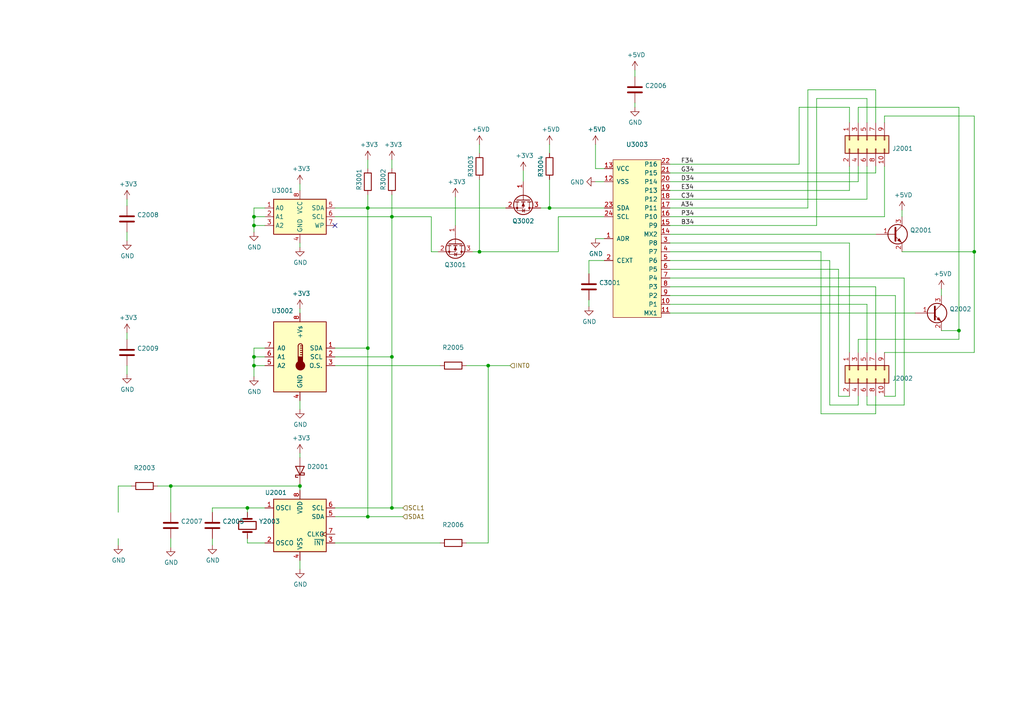
<source format=kicad_sch>
(kicad_sch (version 20211123) (generator eeschema)
  (paper "A4")
  (lib_symbols
    (symbol "CEN-SCHEMA:SAA1064T" (pin_names (offset 1.016))
      (property "Reference" "U" (at 46.355 1.905 0))
      (property "Value" "SAA1064T" (at 46.355 1.905 0))
      (symbol "SAA1064T_0_1"
        (rectangle (start -5.08 22.86) (end 8.89 -22.86) (fill (type background)))
      )
      (symbol "SAA1064T_1_1"
        (pin input line (at 11.43 0 180) (length 2.54) (name "ADR") (number "1"))
        (pin input line (at -7.62 -19.05 0) (length 2.54) (name "P1") (number "10"))
        (pin input line (at -7.62 -21.59 0) (length 2.54) (name "MX1") (number "11"))
        (pin input line (at 11.43 16.51 180) (length 2.54) (name "VSS") (number "12"))
        (pin input line (at 11.43 20.32 180) (length 2.54) (name "VCC") (number "13"))
        (pin input line (at -7.62 1.27 0) (length 2.54) (name "MX2") (number "14"))
        (pin input line (at -7.62 3.81 0) (length 2.54) (name "P9") (number "15"))
        (pin input line (at -7.62 6.35 0) (length 2.54) (name "P10") (number "16"))
        (pin input line (at -7.62 8.89 0) (length 2.54) (name "P11") (number "17"))
        (pin input line (at -7.62 11.43 0) (length 2.54) (name "P12") (number "18"))
        (pin input line (at -7.62 13.97 0) (length 2.54) (name "P13") (number "19"))
        (pin input line (at 11.43 -6.35 180) (length 2.54) (name "CEXT") (number "2"))
        (pin input line (at -7.62 16.51 0) (length 2.54) (name "P14") (number "20"))
        (pin input line (at -7.62 19.05 0) (length 2.54) (name "P15") (number "21"))
        (pin input line (at -7.62 21.59 0) (length 2.54) (name "P16") (number "22"))
        (pin input line (at 11.43 8.89 180) (length 2.54) (name "SDA") (number "23"))
        (pin input line (at 11.43 6.35 180) (length 2.54) (name "SCL") (number "24"))
        (pin input line (at -7.62 -1.27 0) (length 2.54) (name "P8") (number "3"))
        (pin input line (at -7.62 -3.81 0) (length 2.54) (name "P7") (number "4"))
        (pin input line (at -7.62 -6.35 0) (length 2.54) (name "P6") (number "5"))
        (pin input line (at -7.62 -8.89 0) (length 2.54) (name "P5") (number "6"))
        (pin input line (at -7.62 -11.43 0) (length 2.54) (name "P4") (number "7"))
        (pin input line (at -7.62 -13.97 0) (length 2.54) (name "P3") (number "8"))
        (pin input line (at -7.62 -16.51 0) (length 2.54) (name "P2") (number "9"))
      )
    )
    (symbol "Connector_Generic:Conn_02x05_Odd_Even" (pin_names (offset 1.016) hide)
      (property "Reference" "J" (at 1.27 7.62 0))
      (property "Value" "Conn_02x05_Odd_Even" (at 1.27 -7.62 0))
      (symbol "Conn_02x05_Odd_Even_1_1"
        (rectangle (start -1.27 -4.953) (end 0 -5.207) (stroke (width 0.1524)))
        (rectangle (start -1.27 -2.413) (end 0 -2.667) (stroke (width 0.1524)))
        (rectangle (start -1.27 0.127) (end 0 -0.127) (stroke (width 0.1524)))
        (rectangle (start -1.27 2.667) (end 0 2.413) (stroke (width 0.1524)))
        (rectangle (start -1.27 5.207) (end 0 4.953) (stroke (width 0.1524)))
        (rectangle (start -1.27 6.35) (end 3.81 -6.35) (stroke (width 0.254)) (fill (type background)))
        (rectangle (start 3.81 -4.953) (end 2.54 -5.207) (stroke (width 0.1524)))
        (rectangle (start 3.81 -2.413) (end 2.54 -2.667) (stroke (width 0.1524)))
        (rectangle (start 3.81 0.127) (end 2.54 -0.127) (stroke (width 0.1524)))
        (rectangle (start 3.81 2.667) (end 2.54 2.413) (stroke (width 0.1524)))
        (rectangle (start 3.81 5.207) (end 2.54 4.953) (stroke (width 0.1524)))
        (pin passive line (at -5.08 5.08 0) (length 3.81) (name "Pin_1") (number "1"))
        (pin passive line (at 7.62 -5.08 180) (length 3.81) (name "Pin_10") (number "10"))
        (pin passive line (at 7.62 5.08 180) (length 3.81) (name "Pin_2") (number "2"))
        (pin passive line (at -5.08 2.54 0) (length 3.81) (name "Pin_3") (number "3"))
        (pin passive line (at 7.62 2.54 180) (length 3.81) (name "Pin_4") (number "4"))
        (pin passive line (at -5.08 0 0) (length 3.81) (name "Pin_5") (number "5"))
        (pin passive line (at 7.62 0 180) (length 3.81) (name "Pin_6") (number "6"))
        (pin passive line (at -5.08 -2.54 0) (length 3.81) (name "Pin_7") (number "7"))
        (pin passive line (at 7.62 -2.54 180) (length 3.81) (name "Pin_8") (number "8"))
        (pin passive line (at -5.08 -5.08 0) (length 3.81) (name "Pin_9") (number "9"))
      )
    )
    (symbol "Device:C" (pin_numbers hide) (pin_names (offset 0.254))
      (property "Reference" "C" (at 0.635 2.54 0))
      (property "Value" "C" (at 0.635 -2.54 0))
      (symbol "C_0_1"
        (polyline (pts (xy -2.032 -0.762) (xy 2.032 -0.762)) (stroke (width 0.508)))
        (polyline (pts (xy -2.032 0.762) (xy 2.032 0.762)) (stroke (width 0.508)))
      )
      (symbol "C_1_1"
        (pin passive line (at 0 3.81 270) (length 2.794) (name "~") (number "1"))
        (pin passive line (at 0 -3.81 90) (length 2.794) (name "~") (number "2"))
      )
    )
    (symbol "Device:Crystal" (pin_numbers hide) (pin_names (offset 1.016) hide)
      (property "Reference" "Y" (at 0 3.81 0))
      (property "Value" "Crystal" (at 0 -3.81 0))
      (symbol "Crystal_0_1"
        (rectangle (start -1.143 2.54) (end 1.143 -2.54) (stroke (width 0.3048)))
        (polyline (pts (xy -2.54 0) (xy -1.905 0)))
        (polyline (pts (xy -1.905 -1.27) (xy -1.905 1.27)) (stroke (width 0.508)))
        (polyline (pts (xy 1.905 -1.27) (xy 1.905 1.27)) (stroke (width 0.508)))
        (polyline (pts (xy 2.54 0) (xy 1.905 0)))
      )
      (symbol "Crystal_1_1"
        (pin passive line (at -3.81 0 0) (length 1.27) (name "1") (number "1"))
        (pin passive line (at 3.81 0 180) (length 1.27) (name "2") (number "2"))
      )
    )
    (symbol "Device:D_Schottky" (pin_numbers hide) (pin_names (offset 1.016) hide)
      (property "Reference" "D" (at 0 2.54 0))
      (property "Value" "D_Schottky" (at 0 -2.54 0))
      (symbol "D_Schottky_0_1"
        (polyline (pts (xy 1.27 0) (xy -1.27 0)))
        (polyline (pts (xy 1.27 1.27) (xy 1.27 -1.27) (xy -1.27 0) (xy 1.27 1.27)) (stroke (width 0.254)))
        (polyline (pts (xy -1.905 0.635) (xy -1.905 1.27) (xy -1.27 1.27) (xy -1.27 -1.27) (xy -0.635 -1.27) (xy -0.635 -0.635)) (stroke (width 0.254)))
      )
      (symbol "D_Schottky_1_1"
        (pin passive line (at -3.81 0 0) (length 2.54) (name "K") (number "1"))
        (pin passive line (at 3.81 0 180) (length 2.54) (name "A") (number "2"))
      )
    )
    (symbol "Device:R" (pin_numbers hide) (pin_names (offset 0))
      (property "Reference" "R" (at 2.032 0 90))
      (property "Value" "R" (at 0 0 90))
      (symbol "R_0_1"
        (rectangle (start -1.016 -2.54) (end 1.016 2.54) (stroke (width 0.254)))
      )
      (symbol "R_1_1"
        (pin passive line (at 0 3.81 270) (length 1.27) (name "~") (number "1"))
        (pin passive line (at 0 -3.81 90) (length 1.27) (name "~") (number "2"))
      )
    )
    (symbol "Memory_EEPROM:24LC1025"
      (property "Reference" "U" (at -6.35 6.35 0))
      (property "Value" "24LC1025" (at 1.27 6.35 0))
      (symbol "24LC1025_1_1"
        (rectangle (start -7.62 5.08) (end 7.62 -5.08) (stroke (width 0.254)) (fill (type background)))
        (pin input line (at -10.16 2.54 0) (length 2.54) (name "A0") (number "1"))
        (pin input line (at -10.16 0 0) (length 2.54) (name "A1") (number "2"))
        (pin input line (at -10.16 -2.54 0) (length 2.54) (name "A2") (number "3"))
        (pin power_in line (at 0 -7.62 90) (length 2.54) (name "GND") (number "4"))
        (pin bidirectional line (at 10.16 2.54 180) (length 2.54) (name "SDA") (number "5"))
        (pin input line (at 10.16 0 180) (length 2.54) (name "SCL") (number "6"))
        (pin input line (at 10.16 -2.54 180) (length 2.54) (name "WP") (number "7"))
        (pin power_in line (at 0 7.62 270) (length 2.54) (name "VCC") (number "8"))
      )
    )
    (symbol "Sensor_Temperature:LM75C" (pin_names (offset 1.016))
      (property "Reference" "U" (at -6.35 11.43 0))
      (property "Value" "LM75C" (at 0 11.43 0))
      (symbol "LM75C_0_1"
        (rectangle (start -7.62 10.16) (end 7.62 -10.16) (stroke (width 0.254)) (fill (type background)))
        (circle (center -0.127 -2.54) (radius 1.27) (stroke (width 0.254)) (fill (type outline)))
        (polyline (pts (xy -0.762 0.635) (xy -0.127 0.635)) (stroke (width 0.254)))
        (polyline (pts (xy -0.762 1.27) (xy -0.127 1.27)) (stroke (width 0.254)))
        (polyline (pts (xy -0.762 1.905) (xy -0.127 1.905)) (stroke (width 0.254)))
        (polyline (pts (xy -0.762 2.54) (xy -0.127 2.54)) (stroke (width 0.254)))
        (polyline (pts (xy -0.762 3.175) (xy -0.762 0)) (stroke (width 0.254)))
        (polyline (pts (xy -0.762 3.175) (xy -0.127 3.175)) (stroke (width 0.254)))
        (polyline (pts (xy 0.508 3.175) (xy 0.508 0)) (stroke (width 0.254)))
        (rectangle (start 0.508 -1.905) (end -0.762 0) (stroke (width 0.254)) (fill (type outline)))
        (arc (start 0.508 3.175) (mid -0.127 3.81) (end -0.762 3.175) (stroke (width 0.254)))
      )
      (symbol "LM75C_1_1"
        (pin bidirectional line (at -10.16 2.54 0) (length 2.54) (name "SDA") (number "1"))
        (pin input line (at -10.16 0 0) (length 2.54) (name "SCL") (number "2"))
        (pin open_collector line (at -10.16 -2.54 0) (length 2.54) (name "O.S.") (number "3"))
        (pin power_in line (at 0 -12.7 90) (length 2.54) (name "GND") (number "4"))
        (pin input line (at 10.16 -2.54 180) (length 2.54) (name "A2") (number "5"))
        (pin input line (at 10.16 0 180) (length 2.54) (name "A1") (number "6"))
        (pin input line (at 10.16 2.54 180) (length 2.54) (name "A0") (number "7"))
        (pin power_in line (at 0 12.7 270) (length 2.54) (name "+Vs") (number "8"))
      )
    )
    (symbol "Timer_RTC:PCF8563T"
      (property "Reference" "U" (at -7.62 8.89 0))
      (property "Value" "PCF8563T" (at 2.54 8.89 0))
      (symbol "PCF8563T_0_1"
        (rectangle (start -7.62 7.62) (end 7.62 -7.62) (stroke (width 0.254)) (fill (type background)))
      )
      (symbol "PCF8563T_1_1"
        (pin input line (at -10.16 5.08 0) (length 2.54) (name "OSCI") (number "1"))
        (pin output line (at -10.16 -5.08 0) (length 2.54) (name "OSCO") (number "2"))
        (pin output line (at 10.16 -5.08 180) (length 2.54) (name "~{INT}") (number "3"))
        (pin power_in line (at 0 -10.16 90) (length 2.54) (name "VSS") (number "4"))
        (pin bidirectional line (at 10.16 2.54 180) (length 2.54) (name "SDA") (number "5"))
        (pin input line (at 10.16 5.08 180) (length 2.54) (name "SCL") (number "6"))
        (pin output clock (at 10.16 -2.54 180) (length 2.54) (name "CLKO") (number "7"))
        (pin power_in line (at 0 10.16 270) (length 2.54) (name "VDD") (number "8"))
      )
    )
    (symbol "Transistor_BJT:BC817" (pin_names (offset 0) hide)
      (property "Reference" "Q" (at 5.08 1.905 0))
      (property "Value" "BC817" (at 5.08 0 0))
      (symbol "BC817_0_1"
        (polyline (pts (xy 0.635 0.635) (xy 2.54 2.54)))
        (polyline (pts (xy 0.635 -0.635) (xy 2.54 -2.54) (xy 2.54 -2.54)))
        (polyline (pts (xy 0.635 1.905) (xy 0.635 -1.905) (xy 0.635 -1.905)) (stroke (width 0.508)))
        (polyline (pts (xy 1.27 -1.778) (xy 1.778 -1.27) (xy 2.286 -2.286) (xy 1.27 -1.778) (xy 1.27 -1.778)) (fill (type outline)))
        (circle (center 1.27 0) (radius 2.8194) (stroke (width 0.254)))
      )
      (symbol "BC817_1_1"
        (pin input line (at -5.08 0 0) (length 5.715) (name "B") (number "1"))
        (pin passive line (at 2.54 -5.08 90) (length 2.54) (name "E") (number "2"))
        (pin passive line (at 2.54 5.08 270) (length 2.54) (name "C") (number "3"))
      )
    )
    (symbol "Transistor_FET:2N7002" (pin_names hide)
      (property "Reference" "Q" (at 5.08 1.905 0))
      (property "Value" "2N7002" (at 5.08 0 0))
      (symbol "2N7002_0_1"
        (polyline (pts (xy 0.254 0) (xy -2.54 0)))
        (polyline (pts (xy 0.254 1.905) (xy 0.254 -1.905)) (stroke (width 0.254)))
        (polyline (pts (xy 0.762 -1.27) (xy 0.762 -2.286)) (stroke (width 0.254)))
        (polyline (pts (xy 0.762 0.508) (xy 0.762 -0.508)) (stroke (width 0.254)))
        (polyline (pts (xy 0.762 2.286) (xy 0.762 1.27)) (stroke (width 0.254)))
        (polyline (pts (xy 2.54 2.54) (xy 2.54 1.778)))
        (polyline (pts (xy 2.54 -2.54) (xy 2.54 0) (xy 0.762 0)))
        (polyline (pts (xy 0.762 -1.778) (xy 3.302 -1.778) (xy 3.302 1.778) (xy 0.762 1.778)))
        (polyline (pts (xy 1.016 0) (xy 2.032 0.381) (xy 2.032 -0.381) (xy 1.016 0)) (fill (type outline)))
        (polyline (pts (xy 2.794 0.508) (xy 2.921 0.381) (xy 3.683 0.381) (xy 3.81 0.254)))
        (polyline (pts (xy 3.302 0.381) (xy 2.921 -0.254) (xy 3.683 -0.254) (xy 3.302 0.381)))
        (circle (center 1.651 0) (radius 2.794) (stroke (width 0.254)))
        (circle (center 2.54 -1.778) (radius 0.254) (fill (type outline)))
        (circle (center 2.54 1.778) (radius 0.254) (fill (type outline)))
      )
      (symbol "2N7002_1_1"
        (pin input line (at -5.08 0 0) (length 2.54) (name "G") (number "1"))
        (pin passive line (at 2.54 -5.08 90) (length 2.54) (name "S") (number "2"))
        (pin passive line (at 2.54 5.08 270) (length 2.54) (name "D") (number "3"))
      )
    )
    (symbol "power:+3.3V" (power) (pin_names (offset 0))
      (property "Value" "+3.3V" (at 0 3.556 0))
      (symbol "+3.3V_0_1"
        (polyline (pts (xy -0.762 1.27) (xy 0 2.54)))
        (polyline (pts (xy 0 0) (xy 0 2.54)))
        (polyline (pts (xy 0 2.54) (xy 0.762 1.27)))
      )
      (symbol "+3.3V_1_1"
        (pin power_in line (at 0 0 90) (length 0) hide (name "+3V3") (number "1"))
      )
    )
    (symbol "power:+5VD" (power) (pin_names (offset 0))
      (property "Value" "+5VD" (at 0 3.556 0))
      (symbol "+5VD_0_1"
        (polyline (pts (xy -0.762 1.27) (xy 0 2.54)))
        (polyline (pts (xy 0 0) (xy 0 2.54)))
        (polyline (pts (xy 0 2.54) (xy 0.762 1.27)))
      )
      (symbol "+5VD_1_1"
        (pin power_in line (at 0 0 90) (length 0) hide (name "+5VD") (number "1"))
      )
    )
    (symbol "power:GND" (power) (pin_names (offset 0))
      (property "Value" "GND" (at 0 -3.81 0))
      (symbol "GND_0_1"
        (polyline (pts (xy 0 0) (xy 0 -1.27) (xy 1.27 -1.27) (xy 0 -2.54) (xy -1.27 -1.27) (xy 0 -1.27)))
      )
      (symbol "GND_1_1"
        (pin power_in line (at 0 0 270) (length 0) hide (name "GND") (number "1"))
      )
    )
  )
  (junction (at 159.385 60.325))
  (junction (at 139.065 73.025))
  (junction (at 282.575 73.025))
  (junction (at 113.665 147.32))
  (junction (at 106.68 149.86))
  (junction (at 86.995 140.97))
  (junction (at 113.665 62.865))
  (junction (at 141.605 106.045))
  (junction (at 73.66 62.865))
  (junction (at 73.66 65.405))
  (junction (at 73.66 106.045))
  (junction (at 278.13 95.885))
  (junction (at 106.68 60.325))
  (junction (at 71.755 147.32))
  (junction (at 113.665 103.505))
  (junction (at 49.53 140.97))
  (junction (at 73.66 103.505))
  (junction (at 106.68 100.965))
  (no_connect (at 97.155 65.405))
  (wire (pts (xy 248.92 31.115) (xy 248.92 35.56)))
  (wire (pts (xy 73.66 62.865) (xy 73.66 60.325)))
  (wire (pts (xy 248.92 98.425) (xy 248.92 102.235)))
  (wire (pts (xy 278.13 95.885) (xy 278.13 98.425)))
  (wire (pts (xy 71.755 157.48) (xy 76.835 157.48)))
  (wire (pts (xy 86.995 55.245) (xy 86.995 53.34)))
  (wire (pts (xy 240.665 75.565) (xy 240.665 117.475)))
  (wire (pts (xy 106.68 60.325) (xy 106.68 100.965)))
  (wire (pts (xy 194.31 47.625) (xy 231.775 47.625)))
  (wire (pts (xy 248.92 52.705) (xy 248.92 48.26)))
  (wire (pts (xy 139.065 52.07) (xy 139.065 73.025)))
  (wire (pts (xy 273.05 85.725) (xy 273.05 83.82)))
  (wire (pts (xy 251.46 57.785) (xy 251.46 48.26)))
  (wire (pts (xy 49.53 140.97) (xy 45.72 140.97)))
  (wire (pts (xy 76.835 100.965) (xy 73.66 100.965)))
  (wire (pts (xy 236.855 28.575) (xy 251.46 28.575)))
  (wire (pts (xy 113.665 48.895) (xy 113.665 46.355)))
  (wire (pts (xy 194.31 73.025) (xy 238.125 73.025)))
  (wire (pts (xy 170.815 86.995) (xy 170.815 88.9)))
  (wire (pts (xy 254 50.165) (xy 254 48.26)))
  (wire (pts (xy 259.715 85.725) (xy 259.715 114.935)))
  (wire (pts (xy 194.31 65.405) (xy 236.855 65.405)))
  (wire (pts (xy 38.1 140.97) (xy 34.29 140.97)))
  (wire (pts (xy 86.995 140.97) (xy 49.53 140.97)))
  (wire (pts (xy 265.43 90.805) (xy 194.31 90.805)))
  (wire (pts (xy 184.15 20.32) (xy 184.15 22.225)))
  (wire (pts (xy 231.775 31.115) (xy 246.38 31.115)))
  (wire (pts (xy 248.92 117.475) (xy 248.92 114.935)))
  (wire (pts (xy 106.68 149.86) (xy 97.155 149.86)))
  (wire (pts (xy 175.26 75.565) (xy 170.815 75.565)))
  (wire (pts (xy 106.68 60.325) (xy 146.685 60.325)))
  (wire (pts (xy 254 120.015) (xy 254 114.935)))
  (wire (pts (xy 238.125 120.015) (xy 254 120.015)))
  (wire (pts (xy 238.125 73.025) (xy 238.125 120.015)))
  (wire (pts (xy 261.62 73.025) (xy 282.575 73.025)))
  (wire (pts (xy 76.835 103.505) (xy 73.66 103.505)))
  (wire (pts (xy 76.835 65.405) (xy 73.66 65.405)))
  (wire (pts (xy 76.835 62.865) (xy 73.66 62.865)))
  (wire (pts (xy 113.665 62.865) (xy 113.665 103.505)))
  (wire (pts (xy 73.66 100.965) (xy 73.66 103.505)))
  (wire (pts (xy 141.605 157.48) (xy 135.255 157.48)))
  (wire (pts (xy 97.155 103.505) (xy 113.665 103.505)))
  (wire (pts (xy 261.62 62.865) (xy 261.62 60.96)))
  (wire (pts (xy 246.38 31.115) (xy 246.38 35.56)))
  (wire (pts (xy 113.665 56.515) (xy 113.665 62.865)))
  (wire (pts (xy 234.315 26.035) (xy 234.315 60.325)))
  (wire (pts (xy 172.72 41.91) (xy 172.72 48.895)))
  (wire (pts (xy 273.05 95.885) (xy 278.13 95.885)))
  (wire (pts (xy 282.575 102.235) (xy 282.575 73.025)))
  (wire (pts (xy 34.29 156.21) (xy 34.29 158.115)))
  (wire (pts (xy 156.845 60.325) (xy 159.385 60.325)))
  (wire (pts (xy 97.155 106.045) (xy 127.635 106.045)))
  (wire (pts (xy 172.72 52.705) (xy 175.26 52.705)))
  (wire (pts (xy 194.31 67.945) (xy 254 67.945)))
  (wire (pts (xy 194.31 70.485) (xy 246.38 70.485)))
  (wire (pts (xy 243.205 78.105) (xy 243.205 114.935)))
  (wire (pts (xy 125.095 73.025) (xy 127 73.025)))
  (wire (pts (xy 278.13 31.115) (xy 278.13 95.885)))
  (wire (pts (xy 73.66 65.405) (xy 73.66 67.31)))
  (wire (pts (xy 254 83.185) (xy 254 102.235)))
  (wire (pts (xy 236.855 28.575) (xy 236.855 65.405)))
  (wire (pts (xy 172.72 48.895) (xy 175.26 48.895)))
  (wire (pts (xy 97.155 62.865) (xy 113.665 62.865)))
  (wire (pts (xy 113.665 62.865) (xy 125.095 62.865)))
  (wire (pts (xy 141.605 106.045) (xy 141.605 157.48)))
  (wire (pts (xy 256.54 33.655) (xy 256.54 35.56)))
  (wire (pts (xy 86.995 140.97) (xy 86.995 140.335)))
  (wire (pts (xy 282.575 73.025) (xy 282.575 33.655)))
  (wire (pts (xy 194.31 57.785) (xy 251.46 57.785)))
  (wire (pts (xy 246.38 55.245) (xy 246.38 48.26)))
  (wire (pts (xy 106.68 48.895) (xy 106.68 46.355)))
  (wire (pts (xy 159.385 41.91) (xy 159.385 44.45)))
  (wire (pts (xy 73.66 103.505) (xy 73.66 106.045)))
  (wire (pts (xy 259.715 114.935) (xy 256.54 114.935)))
  (wire (pts (xy 151.765 52.705) (xy 151.765 49.53)))
  (wire (pts (xy 159.385 60.325) (xy 175.26 60.325)))
  (wire (pts (xy 139.065 73.025) (xy 161.925 73.025)))
  (wire (pts (xy 36.83 67.31) (xy 36.83 69.85)))
  (wire (pts (xy 61.595 156.21) (xy 61.595 158.115)))
  (wire (pts (xy 194.31 60.325) (xy 234.315 60.325)))
  (wire (pts (xy 113.665 147.32) (xy 113.665 103.505)))
  (wire (pts (xy 139.065 41.91) (xy 139.065 44.45)))
  (wire (pts (xy 106.68 149.86) (xy 116.84 149.86)))
  (wire (pts (xy 132.08 65.405) (xy 132.08 57.15)))
  (wire (pts (xy 246.38 70.485) (xy 246.38 102.235)))
  (wire (pts (xy 86.995 142.24) (xy 86.995 140.97)))
  (wire (pts (xy 240.665 117.475) (xy 248.92 117.475)))
  (wire (pts (xy 86.995 162.56) (xy 86.995 165.1)))
  (wire (pts (xy 71.755 147.32) (xy 71.755 148.59)))
  (wire (pts (xy 86.995 131.445) (xy 86.995 132.715)))
  (wire (pts (xy 194.31 83.185) (xy 254 83.185)))
  (wire (pts (xy 73.66 65.405) (xy 73.66 62.865)))
  (wire (pts (xy 159.385 52.07) (xy 159.385 60.325)))
  (wire (pts (xy 194.31 85.725) (xy 259.715 85.725)))
  (wire (pts (xy 76.835 147.32) (xy 71.755 147.32)))
  (wire (pts (xy 86.995 90.805) (xy 86.995 89.535)))
  (wire (pts (xy 86.995 116.205) (xy 86.995 118.745)))
  (wire (pts (xy 34.29 140.97) (xy 34.29 148.59)))
  (wire (pts (xy 194.31 50.165) (xy 254 50.165)))
  (wire (pts (xy 161.925 73.025) (xy 161.925 62.865)))
  (wire (pts (xy 194.31 75.565) (xy 240.665 75.565)))
  (wire (pts (xy 170.815 75.565) (xy 170.815 79.375)))
  (wire (pts (xy 97.155 157.48) (xy 127.635 157.48)))
  (wire (pts (xy 194.31 80.645) (xy 262.255 80.645)))
  (wire (pts (xy 36.83 106.045) (xy 36.83 108.585)))
  (wire (pts (xy 194.31 52.705) (xy 248.92 52.705)))
  (wire (pts (xy 251.46 28.575) (xy 251.46 35.56)))
  (wire (pts (xy 141.605 106.045) (xy 147.955 106.045)))
  (wire (pts (xy 278.13 31.115) (xy 248.92 31.115)))
  (wire (pts (xy 243.205 114.935) (xy 246.38 114.935)))
  (wire (pts (xy 231.775 31.115) (xy 231.775 47.625)))
  (wire (pts (xy 184.15 29.845) (xy 184.15 31.115)))
  (wire (pts (xy 86.995 70.485) (xy 86.995 71.755)))
  (wire (pts (xy 137.16 73.025) (xy 139.065 73.025)))
  (wire (pts (xy 97.155 147.32) (xy 113.665 147.32)))
  (wire (pts (xy 251.46 88.265) (xy 251.46 102.235)))
  (wire (pts (xy 234.315 26.035) (xy 254 26.035)))
  (wire (pts (xy 113.665 147.32) (xy 116.84 147.32)))
  (wire (pts (xy 194.31 78.105) (xy 243.205 78.105)))
  (wire (pts (xy 61.595 147.32) (xy 61.595 148.59)))
  (wire (pts (xy 76.835 60.325) (xy 73.66 60.325)))
  (wire (pts (xy 254 26.035) (xy 254 35.56)))
  (wire (pts (xy 97.155 60.325) (xy 106.68 60.325)))
  (wire (pts (xy 256.54 102.235) (xy 282.575 102.235)))
  (wire (pts (xy 262.255 117.475) (xy 251.46 117.475)))
  (wire (pts (xy 76.835 106.045) (xy 73.66 106.045)))
  (wire (pts (xy 97.155 100.965) (xy 106.68 100.965)))
  (wire (pts (xy 262.255 80.645) (xy 262.255 117.475)))
  (wire (pts (xy 71.755 147.32) (xy 61.595 147.32)))
  (wire (pts (xy 125.095 62.865) (xy 125.095 73.025)))
  (wire (pts (xy 135.255 106.045) (xy 141.605 106.045)))
  (wire (pts (xy 194.31 88.265) (xy 251.46 88.265)))
  (wire (pts (xy 161.925 62.865) (xy 175.26 62.865)))
  (wire (pts (xy 49.53 140.97) (xy 49.53 148.59)))
  (wire (pts (xy 251.46 117.475) (xy 251.46 114.935)))
  (wire (pts (xy 278.13 98.425) (xy 248.92 98.425)))
  (wire (pts (xy 49.53 156.21) (xy 49.53 158.75)))
  (wire (pts (xy 256.54 62.865) (xy 256.54 48.26)))
  (wire (pts (xy 71.755 156.21) (xy 71.755 157.48)))
  (wire (pts (xy 106.68 100.965) (xy 106.68 149.86)))
  (wire (pts (xy 194.31 62.865) (xy 256.54 62.865)))
  (wire (pts (xy 106.68 56.515) (xy 106.68 60.325)))
  (wire (pts (xy 194.31 55.245) (xy 246.38 55.245)))
  (wire (pts (xy 73.66 106.045) (xy 73.66 109.22)))
  (wire (pts (xy 282.575 33.655) (xy 256.54 33.655)))
  (wire (pts (xy 172.72 69.215) (xy 175.26 69.215)))
  (wire (pts (xy 36.83 57.785) (xy 36.83 59.69)))
  (wire (pts (xy 36.83 96.52) (xy 36.83 98.425)))
  (label "F34" (at 197.485 47.625 0))
  (label "P34" (at 197.485 62.865 0))
  (label "A34" (at 197.485 60.325 0))
  (label "C34" (at 197.485 57.785 0))
  (label "B34" (at 197.485 65.405 0))
  (label "D34" (at 197.485 52.705 0))
  (label "E34" (at 197.485 55.245 0))
  (label "G34" (at 197.485 50.165 0))
  (hierarchical_label "INT0" (shape input) (at 147.955 106.045 0))
  (hierarchical_label "SCL1" (shape input) (at 116.84 147.32 0))
  (hierarchical_label "SDA1" (shape input) (at 116.84 149.86 0))
  (symbol (lib_id "Transistor_FET:2N7002") (at 132.08 70.485 270) (unit 1)
    (property "Reference" "Q3001" (at 132.08 76.8096 90))
    (property "Datasheet" "https://www.onsemi.com/pub/Collateral/NDS7002A-D.PDF" (effects hide))
  )
  (symbol (lib_id "Transistor_FET:2N7002") (at 151.765 57.785 270) (unit 1)
    (property "Reference" "Q3002" (at 151.765 64.1096 90))
    (property "Datasheet" "https://www.onsemi.com/pub/Collateral/NDS7002A-D.PDF" (effects hide))
  )
  (symbol (lib_id "Device:R") (at 139.065 48.26 0) (unit 1)
    (property "Reference" "R3003" (at 136.525 51.435 90) (effects (justify left)))
  )
  (symbol (lib_id "Device:R") (at 159.385 48.26 0) (unit 1)
    (property "Reference" "R3004" (at 156.845 51.435 90) (effects (justify left)))
  )
  (symbol (lib_id "power:+3.3V") (at 132.08 57.15 0) (unit 1)
    (property "Reference" "#PWR0153" (effects hide))
  )
  (symbol (lib_id "power:+3.3V") (at 151.765 49.53 0) (unit 1)
    (property "Reference" "#PWR0154" (effects hide))
  )
  (symbol (lib_id "power:+5VD") (at 159.385 41.91 0) (unit 1)
    (property "Reference" "#PWR0155" (effects hide))
  )
  (symbol (lib_id "power:+5VD") (at 139.065 41.91 0) (unit 1)
    (property "Reference" "#PWR0156" (effects hide))
  )
  (symbol (lib_id "power:+5VD") (at 172.72 41.91 0) (unit 1)
    (property "Reference" "#PWR0157" (effects hide))
  )
  (symbol (lib_id "power:GND") (at 172.72 52.705 270) (unit 1)
    (property "Reference" "#PWR0158" (effects hide))
  )
  (symbol (lib_id "Timer_RTC:PCF8563T") (at 86.995 152.4 0) (unit 1)
    (property "Reference" "U2001" (at 80.01 142.875 0))
    (property "Datasheet" "https://assets.nexperia.com/documents/data-sheet/PCF8563.pdf" (effects hide))
  )
  (symbol (lib_id "power:GND") (at 86.995 118.745 0) (unit 1)
    (property "Reference" "#PWR0159" (effects hide))
  )
  (symbol (lib_id "power:+3.3V") (at 86.995 89.535 0) (unit 1)
    (property "Reference" "#PWR0160" (effects hide))
  )
  (symbol (lib_id "Device:D_Schottky") (at 86.995 136.525 90) (unit 1)
    (property "Reference" "D2001" (at 89.027 135.3566 90) (effects (justify right)))
  )
  (symbol (lib_id "Device:Crystal") (at 71.755 152.4 270) (unit 1)
    (property "Reference" "Y2003" (at 75.0824 151.2316 90) (effects (justify left)))
  )
  (symbol (lib_id "Device:C") (at 61.595 152.4 0) (unit 1)
    (property "Reference" "C2005" (at 64.516 151.2316 0) (effects (justify left)))
  )
  (symbol (lib_id "power:GND") (at 61.595 158.115 0) (unit 1)
    (property "Reference" "#PWR0138" (effects hide))
  )
  (symbol (lib_id "power:GND") (at 86.995 165.1 0) (unit 1)
    (property "Reference" "#PWR0161" (effects hide))
  )
  (symbol (lib_id "power:+3.3V") (at 86.995 131.445 0) (unit 1)
    (property "Reference" "#PWR0162" (effects hide))
  )
  (symbol (lib_id "Device:R") (at 41.91 140.97 270) (unit 1)
    (property "Reference" "R2003" (at 41.91 135.7122 90))
  )
  (symbol (lib_id "PIC32MZ_EF_100-rescue:CP-Device") (at 34.29 152.4 0) (unit 1)
    (property "Reference" "C2004" (at 37.2872 151.2316 0) (effects (justify left)))
  )
  (symbol (lib_id "power:GND") (at 34.29 158.115 0) (unit 1)
    (property "Reference" "#PWR0163" (effects hide))
  )
  (symbol (lib_id "Device:R") (at 131.445 157.48 270) (unit 1)
    (property "Reference" "R2006" (at 131.445 152.2222 90))
  )
  (symbol (lib_id "Device:R") (at 131.445 106.045 270) (unit 1)
    (property "Reference" "R2005" (at 131.445 100.7872 90))
  )
  (symbol (lib_id "Device:C") (at 49.53 152.4 0) (unit 1)
    (property "Reference" "C2007" (at 52.451 151.2316 0) (effects (justify left)))
  )
  (symbol (lib_id "power:GND") (at 49.53 158.75 0) (unit 1)
    (property "Reference" "#PWR0173" (effects hide))
  )
  (symbol (lib_id "Device:C") (at 184.15 26.035 0) (unit 1)
    (property "Reference" "C2006" (at 187.071 24.8666 0) (effects (justify left)))
  )
  (symbol (lib_id "power:GND") (at 184.15 31.115 0) (unit 1)
    (property "Reference" "#PWR0170" (effects hide))
  )
  (symbol (lib_id "power:+5VD") (at 184.15 20.32 0) (unit 1)
    (property "Reference" "#PWR0171" (effects hide))
  )
  (symbol (lib_id "CEN-SCHEMA:SAA1064T") (at 186.69 69.215 0) (mirror y) (unit 1)
    (property "Reference" "U3003" (at 184.785 41.91 0))
  )
  (symbol (lib_id "Memory_EEPROM:24LC1025") (at 86.995 62.865 0) (unit 1)
    (property "Reference" "U3001" (at 81.915 55.245 0))
    (property "Datasheet" "http://ww1.microchip.com/downloads/en/DeviceDoc/21941B.pdf" (effects hide))
  )
  (symbol (lib_id "power:GND") (at 86.995 71.755 0) (unit 1)
    (property "Reference" "#PWR0145" (effects hide))
  )
  (symbol (lib_id "power:+3.3V") (at 86.995 53.34 0) (unit 1)
    (property "Reference" "#PWR0146" (effects hide))
  )
  (symbol (lib_id "power:GND") (at 73.66 67.31 0) (unit 1)
    (property "Reference" "#PWR0147" (effects hide))
  )
  (symbol (lib_id "Device:R") (at 106.68 52.705 0) (unit 1)
    (property "Reference" "R3001" (at 104.14 55.245 90) (effects (justify left)))
  )
  (symbol (lib_id "Device:R") (at 113.665 52.705 0) (unit 1)
    (property "Reference" "R3002" (at 111.125 55.245 90) (effects (justify left)))
  )
  (symbol (lib_id "power:+3.3V") (at 106.68 46.355 0) (unit 1)
    (property "Reference" "#PWR0148" (effects hide))
  )
  (symbol (lib_id "power:+3.3V") (at 113.665 46.355 0) (unit 1)
    (property "Reference" "#PWR0149" (effects hide))
  )
  (symbol (lib_id "Sensor_Temperature:LM75C") (at 86.995 103.505 0) (mirror y) (unit 1)
    (property "Reference" "U3002" (at 81.915 90.17 0))
    (property "Datasheet" "http://www.ti.com/lit/ds/symlink/lm75b.pdf" (effects hide))
  )
  (symbol (lib_id "power:GND") (at 73.66 109.22 0) (unit 1)
    (property "Reference" "#PWR0150" (effects hide))
  )
  (symbol (lib_id "power:GND") (at 172.72 69.215 0) (unit 1)
    (property "Reference" "#PWR0151" (effects hide))
  )
  (symbol (lib_id "Device:C") (at 170.815 83.185 0) (unit 1)
    (property "Reference" "C3001" (at 173.736 82.0166 0) (effects (justify left)))
  )
  (symbol (lib_id "power:GND") (at 170.815 88.9 0) (unit 1)
    (property "Reference" "#PWR0152" (effects hide))
  )
  (symbol (lib_id "Connector_Generic:Conn_02x05_Odd_Even") (at 251.46 40.64 90) (mirror x) (unit 1)
    (property "Reference" "J2001" (at 258.7752 43.0784 90) (effects (justify right)))
  )
  (symbol (lib_id "Connector_Generic:Conn_02x05_Odd_Even") (at 251.46 107.315 90) (mirror x) (unit 1)
    (property "Reference" "J2002" (at 258.7752 109.7534 90) (effects (justify right)))
  )
  (symbol (lib_id "Transistor_BJT:BC817") (at 259.08 67.945 0) (unit 1)
    (property "Reference" "Q2001" (at 263.9314 66.7766 0) (effects (justify left)))
    (property "Datasheet" "https://www.onsemi.com/pub/Collateral/BC818-D.pdf" (effects hide))
  )
  (symbol (lib_id "Transistor_BJT:BC817") (at 270.51 90.805 0) (unit 1)
    (property "Reference" "Q2002" (at 275.3614 89.6366 0) (effects (justify left)))
    (property "Datasheet" "https://www.onsemi.com/pub/Collateral/BC818-D.pdf" (effects hide))
  )
  (symbol (lib_id "power:+5VD") (at 261.62 60.96 0) (unit 1)
    (property "Reference" "#PWR0192" (effects hide))
  )
  (symbol (lib_id "power:+5VD") (at 273.05 83.82 0) (unit 1)
    (property "Reference" "#PWR0193" (effects hide))
  )
  (symbol (lib_id "Device:C") (at 36.83 102.235 0) (unit 1)
    (property "Reference" "C2009" (at 39.751 101.0666 0) (effects (justify left)))
  )
  (symbol (lib_id "power:+3.3V") (at 36.83 96.52 0) (unit 1)
    (property "Reference" "#PWR0197" (effects hide))
  )
  (symbol (lib_id "power:GND") (at 36.83 108.585 0) (unit 1)
    (property "Reference" "#PWR0198" (effects hide))
  )
  (symbol (lib_id "Device:C") (at 36.83 63.5 0) (unit 1)
    (property "Reference" "C2008" (at 39.751 62.3316 0) (effects (justify left)))
  )
  (symbol (lib_id "power:+3.3V") (at 36.83 57.785 0) (unit 1)
    (property "Reference" "#PWR0199" (effects hide))
  )
  (symbol (lib_id "power:GND") (at 36.83 69.85 0) (unit 1)
    (property "Reference" "#PWR0200" (effects hide))
  )
)
</source>
